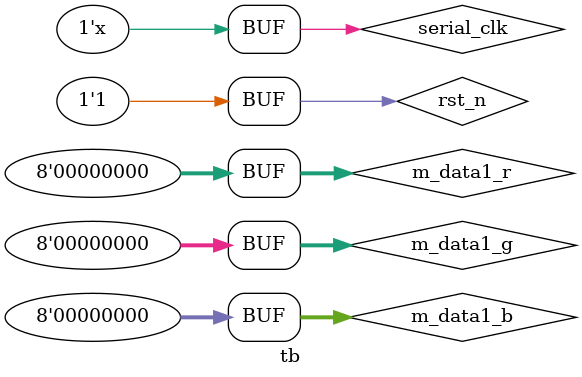
<source format=v>

`timescale 1ns / 1ps

module tb();

//========================================================
//parameters
parameter BMP_VIDEO_FORMAT		   = "WxH_xHz"; //video format
parameter BMP_SERIAL_CLK_PERIOD	   = 2.694; //unit: ns
parameter BMP_PIXEL_CLK_PERIOD	   = BMP_SERIAL_CLK_PERIOD*5; //unit: ns
parameter BMP_PIXEL_CLK_FREQ	   = 1000.0/BMP_PIXEL_CLK_PERIOD;//pixel clock frequency, unit: MHz
parameter BMP_WIDTH				   = 160;
parameter BMP_HEIGHT			   = 120;
parameter BMP_OPENED_NAME		   = "../../tb/pic/img160.bmp";
parameter BMP_REPEAT			   = 1'b1;  //0:bmp increase  , 1:bmp repeat 
parameter BMP_LINK				   = 1'b0;  //0:µ¥ÏñËØ£»1:Ë«ÏñËØ
								   
parameter BMP_OUTPUTED_WIDTH	   = BMP_WIDTH;
parameter BMP_OUTPUTED_HEIGHT	   = BMP_HEIGHT;
parameter BMP_OUTPUTED_NAME		   = "../../tb/pic/out0_001.bmp";
parameter BMP_OUTPUTED_NUMBER	   = 16'd3;

//=======================================================
reg  serial_clk;  //x5
wire pixel_clock; //x1

reg  rst_n;

//------------
//dirver
wire	   vsync; 
wire	   hsync; 
wire	   data_valid; 
wire [7:0] data0_r; 
wire [7:0] data0_g;
wire [7:0] data0_b;

//--------------------------
wire 	   tmds_clk_p  ;
wire 	   tmds_clk_n  ;
wire [2:0] tmds_data_p ;//{r,g,b}
wire [2:0] tmds_data_n ;

//-------------------------
wire        rx0_pclk   ;
wire        rx0_vsync  ;
wire        rx0_hsync  ;
wire        rx0_de     ;
wire [7:0]  rx0_r      ; 
wire [7:0]  rx0_g      ; 
wire [7:0]  rx0_b      ; 

//-----------------
//monitor rgb input
wire		m_clk;
wire		m_vs_rgb;  
wire		m_hs_rgb;  
wire		m_de_rgb;  
wire [7:0]  m_data0_r;
wire [7:0]  m_data0_g;
wire [7:0]  m_data0_b;
wire [7:0]  m_data1_r;
wire [7:0]  m_data1_g;
wire [7:0]  m_data1_b;

//=====================================================
GSR GSR(.GSRI(1'b1));

//==============================================  
initial begin
  ///$fsdbDumpfile("tb.fsdb");
  ///$fsdbDumpvars;
end

//=====================================================
//clk
initial
  begin
	serial_clk	     = 1'b0;
  end

always  #(BMP_SERIAL_CLK_PERIOD/2.0) serial_clk = ~serial_clk;


//=====================================================
//rst_n
initial
  begin
	rst_n=1'b0;
	
	#2000;
	rst_n=1'b1;
end

//==================================================
//video driver
driver #
(
	.BMP_VIDEO_FORMAT	(BMP_VIDEO_FORMAT   ),
	.BMP_PIXEL_CLK_FREQ (BMP_PIXEL_CLK_FREQ ),
	.BMP_WIDTH		    (BMP_WIDTH	        ),
	.BMP_HEIGHT		    (BMP_HEIGHT	        ),
	.BMP_OPENED_NAME	(BMP_OPENED_NAME    )
)
driver_inst
(
	.link_i	       (BMP_LINK   ), //0,µ¥ÏñËØ£»1£¬Ë«ÏñËØ
	.repeat_en     (BMP_REPEAT ),
	.video_gen_en  (rst_n 	   ),
	.pixel_clock   (pixel_clock),
	.vsync	       (vsync	   ),//¸º¼«ÐÔ 
	.hsync	       (hsync	   ),//¸º¼«ÐÔ 
	.data_valid    (data_valid ),
	.data0_r       (data0_r	   ), 
	.data0_g       (data0_g	   ),
	.data0_b       (data0_b	   ), 
	.data1_r       (     	   ), 
	.data1_g       (     	   ),
	.data1_b       (     	   )
);

//======================================================
//RGB to DVI
CLKDIV u_clkdiv
(.RESETN(rst_n)
,.HCLKIN(serial_clk) //clk  x5
,.CLKOUT(pixel_clock)//clk  x1
,.CALIB (1'b1)
);
defparam u_clkdiv.DIV_MODE="5";
defparam u_clkdiv.GSREN="false";

DVI_TX_Top DVI_TX_Top_inst
(
	.I_rst_n       (rst_n         ),   //asynchronous reset, low active
	.I_serial_clk  (serial_clk    ),
	.I_rgb_clk     (pixel_clock   ),   //pixel clock
	.I_rgb_vs      (vsync         ),  
	.I_rgb_hs      (hsync         ),        
	.I_rgb_de      (data_valid    ), 
	.I_rgb_r       (data0_r       ),  
	.I_rgb_g       (data0_g       ),  
	.I_rgb_b       (data0_b       ), 
	.O_tmds_clk_p  (tmds_clk_p    ),
	.O_tmds_clk_n  (tmds_clk_n    ),
	.O_tmds_data_p (tmds_data_p   ),  //{r,g,b}
	.O_tmds_data_n (tmds_data_n   )
);

//======================================================
//DVI to RGB  

/****
DVI_RX_Top DVI_RX_Top_inst
(
	.I_rst_n      (rst_n       ),// active low 
	.I_tmds_clk_p (tmds_clk_p  ),  
	.I_tmds_clk_n (tmds_clk_n  ),  
	.I_tmds_data_p(tmds_data_p ),  //{r,g,b}
	.I_tmds_data_n(tmds_data_n ),  
	.O_rgb_clk    (rx0_pclk    ),
	.O_rgb_vs     (rx0_vsync   ),
	.O_rgb_hs     (rx0_hsync   ),
	.O_rgb_de     (rx0_de      ),
	.O_rgb_r      (rx0_r        ),
	.O_rgb_g      (rx0_g        ),
	.O_rgb_b      (rx0_b        )
);
***/
//======================================================
//monitor
assign m_clk     = rx0_pclk       ;
assign m_vs_rgb  = rx0_vsync      ;
assign m_hs_rgb  = rx0_hsync      ;
assign m_de_rgb  = rx0_de         ;
assign m_data0_r = rx0_r          ;
assign m_data0_g = rx0_g          ;
assign m_data0_b = rx0_b          ;
assign m_data1_r = 8'd0           ;
assign m_data1_g = 8'd0           ;
assign m_data1_b = 8'd0           ;

monitor#
(
  .BMP_OUTPUTED_WIDTH  (BMP_OUTPUTED_WIDTH ),
  .BMP_OUTPUTED_HEIGHT (BMP_OUTPUTED_HEIGHT),
  .BMP_OUTPUTED_NAME   (BMP_OUTPUTED_NAME  ),
  .BMP_OUTPUTED_NUMBER (BMP_OUTPUTED_NUMBER)
)
monitor_inst
(
  .link_i	    (BMP_LINK	), //0,µ¥ÏñËØ£»1£¬Ë«ÏñËØ
  .video2bmp_en (rst_n		),
  .pixel_clock  (m_clk		), 
  .vsync		(m_vs_rgb	), //¸º¼«ÐÔ	   
  .hsync		(m_hs_rgb	), //¸º¼«ÐÔ	   
  .data_valid   (m_de_rgb	), 
  .data0_r	    (m_data0_r	),	
  .data0_g	    (m_data0_g	),
  .data0_b	    (m_data0_b	),
  .data1_r	    (m_data1_r	),	
  .data1_g	    (m_data1_g	),
  .data1_b	    (m_data1_b	)
);
		  
endmodule

</source>
